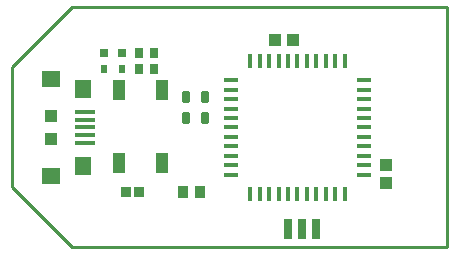
<source format=gtp>
G04 Layer_Color=7318015*
%FSAX24Y24*%
%MOIN*%
G70*
G01*
G75*
%ADD10R,0.0315X0.0315*%
%ADD11R,0.0354X0.0374*%
%ADD12R,0.0276X0.0335*%
%ADD13R,0.0236X0.0315*%
%ADD14R,0.0150X0.0500*%
%ADD15R,0.0500X0.0150*%
%ADD16R,0.0394X0.0394*%
%ADD17R,0.0591X0.0532*%
%ADD18R,0.0551X0.0591*%
%ADD19R,0.0709X0.0157*%
%ADD20R,0.0394X0.0413*%
%ADD21R,0.0354X0.0413*%
%ADD22R,0.0280X0.0670*%
G04:AMPARAMS|DCode=23|XSize=39.4mil|YSize=23.6mil|CornerRadius=2.4mil|HoleSize=0mil|Usage=FLASHONLY|Rotation=90.000|XOffset=0mil|YOffset=0mil|HoleType=Round|Shape=RoundedRectangle|*
%AMROUNDEDRECTD23*
21,1,0.0394,0.0189,0,0,90.0*
21,1,0.0346,0.0236,0,0,90.0*
1,1,0.0047,0.0094,0.0173*
1,1,0.0047,0.0094,-0.0173*
1,1,0.0047,-0.0094,-0.0173*
1,1,0.0047,-0.0094,0.0173*
%
%ADD23ROUNDEDRECTD23*%
%ADD24R,0.0413X0.0394*%
%ADD25R,0.0433X0.0709*%
%ADD26C,0.0100*%
D10*
X-011435Y006480D02*
D03*
X-010845D02*
D03*
D11*
X-010273Y001850D02*
D03*
X-010707D02*
D03*
D12*
X-010266Y005950D02*
D03*
X-009774D02*
D03*
X-010266Y006470D02*
D03*
X-009774D02*
D03*
D13*
X-010865Y005960D02*
D03*
X-011435D02*
D03*
D14*
X-006575Y006205D02*
D03*
X-006260D02*
D03*
X-005945D02*
D03*
X-005630D02*
D03*
X-005315D02*
D03*
X-005000D02*
D03*
X-004685D02*
D03*
X-004370D02*
D03*
X-004055D02*
D03*
X-003740D02*
D03*
X-003425D02*
D03*
Y001795D02*
D03*
X-003740D02*
D03*
X-004055D02*
D03*
X-004370D02*
D03*
X-004685D02*
D03*
X-005000D02*
D03*
X-005315D02*
D03*
X-005630D02*
D03*
X-005945D02*
D03*
X-006260D02*
D03*
X-006575D02*
D03*
D15*
X-002795Y005575D02*
D03*
Y005260D02*
D03*
Y004945D02*
D03*
Y004630D02*
D03*
Y004315D02*
D03*
Y004000D02*
D03*
Y003685D02*
D03*
Y003370D02*
D03*
Y003055D02*
D03*
Y002740D02*
D03*
Y002425D02*
D03*
X-007205D02*
D03*
Y002740D02*
D03*
Y003055D02*
D03*
Y003370D02*
D03*
Y003685D02*
D03*
Y004000D02*
D03*
Y004315D02*
D03*
Y004630D02*
D03*
Y004945D02*
D03*
Y005260D02*
D03*
Y005575D02*
D03*
D16*
X-013200Y003606D02*
D03*
Y004394D02*
D03*
D17*
Y005604D02*
D03*
Y002396D02*
D03*
D18*
X-012137Y005280D02*
D03*
Y002720D02*
D03*
D19*
X-012070Y004512D02*
D03*
Y004256D02*
D03*
Y004000D02*
D03*
Y003744D02*
D03*
Y003488D02*
D03*
D20*
X-002050Y002145D02*
D03*
Y002735D02*
D03*
D03*
Y002145D02*
D03*
D21*
X-008255Y001840D02*
D03*
X-008825D02*
D03*
D22*
X-004370Y000630D02*
D03*
X-004850D02*
D03*
X-005322D02*
D03*
D23*
X-008087Y004300D02*
D03*
X-008713D02*
D03*
X-008087Y005000D02*
D03*
X-008713D02*
D03*
D24*
X-005165Y006900D02*
D03*
X-005755D02*
D03*
D25*
X-009500Y002800D02*
D03*
Y005241D02*
D03*
X-010957D02*
D03*
Y002800D02*
D03*
D26*
X-014500Y002000D02*
X-012500Y000000D01*
X000000D01*
Y008000D01*
X-012500D02*
X000000D01*
X-014500Y006000D02*
X-012500Y008000D01*
X-014500Y002000D02*
Y006000D01*
M02*

</source>
